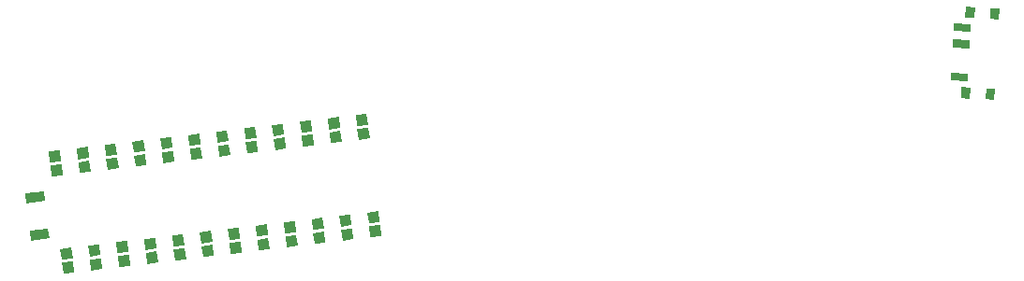
<source format=gtp>
G04 #@! TF.GenerationSoftware,KiCad,Pcbnew,5.1.10*
G04 #@! TF.CreationDate,2021-11-20T23:24:55-06:00*
G04 #@! TF.ProjectId,a_quax_quax,615f7175-6178-45f7-9175-61782e6b6963,VERSION_HERE*
G04 #@! TF.SameCoordinates,Original*
G04 #@! TF.FileFunction,Paste,Top*
G04 #@! TF.FilePolarity,Positive*
%FSLAX46Y46*%
G04 Gerber Fmt 4.6, Leading zero omitted, Abs format (unit mm)*
G04 Created by KiCad (PCBNEW 5.1.10) date 2021-11-20 23:24:55*
%MOMM*%
%LPD*%
G01*
G04 APERTURE LIST*
%ADD10C,0.100000*%
G04 APERTURE END LIST*
D10*
G04 #@! TO.C,C1*
G36*
X190318459Y-147648835D02*
G01*
X189325493Y-147767239D01*
X189207089Y-146774273D01*
X190200055Y-146655869D01*
X190318459Y-147648835D01*
G37*
G36*
X190168086Y-146387769D02*
G01*
X189175120Y-146506173D01*
X189056716Y-145513207D01*
X190049682Y-145394803D01*
X190168086Y-146387769D01*
G37*
G36*
X189115475Y-137560305D02*
G01*
X188122509Y-137678709D01*
X188004105Y-136685743D01*
X188997071Y-136567339D01*
X189115475Y-137560305D01*
G37*
G36*
X189265848Y-138821371D02*
G01*
X188272882Y-138939775D01*
X188154478Y-137946809D01*
X189147444Y-137828405D01*
X189265848Y-138821371D01*
G37*
G36*
X192690218Y-146087022D02*
G01*
X191697252Y-146205426D01*
X191578848Y-145212460D01*
X192571814Y-145094056D01*
X192690218Y-146087022D01*
G37*
G36*
X191787980Y-138520625D02*
G01*
X190795014Y-138639029D01*
X190676610Y-137646063D01*
X191669576Y-137527659D01*
X191787980Y-138520625D01*
G37*
G36*
X192840591Y-147348089D02*
G01*
X191847625Y-147466493D01*
X191729221Y-146473527D01*
X192722187Y-146355123D01*
X192840591Y-147348089D01*
G37*
G36*
X191637607Y-137259559D02*
G01*
X190644641Y-137377963D01*
X190526237Y-136384997D01*
X191519203Y-136266593D01*
X191637607Y-137259559D01*
G37*
G36*
X195212351Y-145786276D02*
G01*
X194219385Y-145904680D01*
X194100981Y-144911714D01*
X195093947Y-144793310D01*
X195212351Y-145786276D01*
G37*
G36*
X194310112Y-138219879D02*
G01*
X193317146Y-138338283D01*
X193198742Y-137345317D01*
X194191708Y-137226913D01*
X194310112Y-138219879D01*
G37*
G36*
X195362724Y-147047343D02*
G01*
X194369758Y-147165747D01*
X194251354Y-146172781D01*
X195244320Y-146054377D01*
X195362724Y-147047343D01*
G37*
G36*
X194159739Y-136958813D02*
G01*
X193166773Y-137077217D01*
X193048369Y-136084251D01*
X194041335Y-135965847D01*
X194159739Y-136958813D01*
G37*
G36*
X197734483Y-145485530D02*
G01*
X196741517Y-145603934D01*
X196623113Y-144610968D01*
X197616079Y-144492564D01*
X197734483Y-145485530D01*
G37*
G36*
X196832245Y-137919133D02*
G01*
X195839279Y-138037537D01*
X195720875Y-137044571D01*
X196713841Y-136926167D01*
X196832245Y-137919133D01*
G37*
G36*
X197884856Y-146746596D02*
G01*
X196891890Y-146865000D01*
X196773486Y-145872034D01*
X197766452Y-145753630D01*
X197884856Y-146746596D01*
G37*
G36*
X196681872Y-136658067D02*
G01*
X195688906Y-136776471D01*
X195570502Y-135783505D01*
X196563468Y-135665101D01*
X196681872Y-136658067D01*
G37*
G36*
X200256615Y-145184784D02*
G01*
X199263649Y-145303188D01*
X199145245Y-144310222D01*
X200138211Y-144191818D01*
X200256615Y-145184784D01*
G37*
G36*
X199354377Y-137618387D02*
G01*
X198361411Y-137736791D01*
X198243007Y-136743825D01*
X199235973Y-136625421D01*
X199354377Y-137618387D01*
G37*
G36*
X200406988Y-146445850D02*
G01*
X199414022Y-146564254D01*
X199295618Y-145571288D01*
X200288584Y-145452884D01*
X200406988Y-146445850D01*
G37*
G36*
X199204004Y-136357321D02*
G01*
X198211038Y-136475725D01*
X198092634Y-135482759D01*
X199085600Y-135364355D01*
X199204004Y-136357321D01*
G37*
G36*
X202778748Y-144884038D02*
G01*
X201785782Y-145002442D01*
X201667378Y-144009476D01*
X202660344Y-143891072D01*
X202778748Y-144884038D01*
G37*
G36*
X201876510Y-137317641D02*
G01*
X200883544Y-137436045D01*
X200765140Y-136443079D01*
X201758106Y-136324675D01*
X201876510Y-137317641D01*
G37*
G36*
X202929121Y-146145104D02*
G01*
X201936155Y-146263508D01*
X201817751Y-145270542D01*
X202810717Y-145152138D01*
X202929121Y-146145104D01*
G37*
G36*
X201726137Y-136056575D02*
G01*
X200733171Y-136174979D01*
X200614767Y-135182013D01*
X201607733Y-135063609D01*
X201726137Y-136056575D01*
G37*
G36*
X217911542Y-143079562D02*
G01*
X216918576Y-143197966D01*
X216800172Y-142205000D01*
X217793138Y-142086596D01*
X217911542Y-143079562D01*
G37*
G36*
X217009304Y-135513164D02*
G01*
X216016338Y-135631568D01*
X215897934Y-134638602D01*
X216890900Y-134520198D01*
X217009304Y-135513164D01*
G37*
G36*
X218061915Y-144340628D02*
G01*
X217068949Y-144459032D01*
X216950545Y-143466066D01*
X217943511Y-143347662D01*
X218061915Y-144340628D01*
G37*
G36*
X216858931Y-134252098D02*
G01*
X215865965Y-134370502D01*
X215747561Y-133377536D01*
X216740527Y-133259132D01*
X216858931Y-134252098D01*
G37*
G36*
X215389410Y-143380308D02*
G01*
X214396444Y-143498712D01*
X214278040Y-142505746D01*
X215271006Y-142387342D01*
X215389410Y-143380308D01*
G37*
G36*
X214487172Y-135813911D02*
G01*
X213494206Y-135932315D01*
X213375802Y-134939349D01*
X214368768Y-134820945D01*
X214487172Y-135813911D01*
G37*
G36*
X215539783Y-144641374D02*
G01*
X214546817Y-144759778D01*
X214428413Y-143766812D01*
X215421379Y-143648408D01*
X215539783Y-144641374D01*
G37*
G36*
X214336799Y-134552844D02*
G01*
X213343833Y-134671248D01*
X213225429Y-133678282D01*
X214218395Y-133559878D01*
X214336799Y-134552844D01*
G37*
G36*
X212867277Y-143681054D02*
G01*
X211874311Y-143799458D01*
X211755907Y-142806492D01*
X212748873Y-142688088D01*
X212867277Y-143681054D01*
G37*
G36*
X211965039Y-136114657D02*
G01*
X210972073Y-136233061D01*
X210853669Y-135240095D01*
X211846635Y-135121691D01*
X211965039Y-136114657D01*
G37*
G36*
X213017650Y-144942120D02*
G01*
X212024684Y-145060524D01*
X211906280Y-144067558D01*
X212899246Y-143949154D01*
X213017650Y-144942120D01*
G37*
G36*
X211814666Y-134853590D02*
G01*
X210821700Y-134971994D01*
X210703296Y-133979028D01*
X211696262Y-133860624D01*
X211814666Y-134853590D01*
G37*
G36*
X210345145Y-143981800D02*
G01*
X209352179Y-144100204D01*
X209233775Y-143107238D01*
X210226741Y-142988834D01*
X210345145Y-143981800D01*
G37*
G36*
X209442907Y-136415403D02*
G01*
X208449941Y-136533807D01*
X208331537Y-135540841D01*
X209324503Y-135422437D01*
X209442907Y-136415403D01*
G37*
G36*
X210495518Y-145242866D02*
G01*
X209502552Y-145361270D01*
X209384148Y-144368304D01*
X210377114Y-144249900D01*
X210495518Y-145242866D01*
G37*
G36*
X209292534Y-135154337D02*
G01*
X208299568Y-135272741D01*
X208181164Y-134279775D01*
X209174130Y-134161371D01*
X209292534Y-135154337D01*
G37*
G36*
X207823013Y-144282546D02*
G01*
X206830047Y-144400950D01*
X206711643Y-143407984D01*
X207704609Y-143289580D01*
X207823013Y-144282546D01*
G37*
G36*
X206920774Y-136716149D02*
G01*
X205927808Y-136834553D01*
X205809404Y-135841587D01*
X206802370Y-135723183D01*
X206920774Y-136716149D01*
G37*
G36*
X207973386Y-145543612D02*
G01*
X206980420Y-145662016D01*
X206862016Y-144669050D01*
X207854982Y-144550646D01*
X207973386Y-145543612D01*
G37*
G36*
X206770401Y-135455083D02*
G01*
X205777435Y-135573487D01*
X205659031Y-134580521D01*
X206651997Y-134462117D01*
X206770401Y-135455083D01*
G37*
G36*
X205300880Y-144583292D02*
G01*
X204307914Y-144701696D01*
X204189510Y-143708730D01*
X205182476Y-143590326D01*
X205300880Y-144583292D01*
G37*
G36*
X204398642Y-137016895D02*
G01*
X203405676Y-137135299D01*
X203287272Y-136142333D01*
X204280238Y-136023929D01*
X204398642Y-137016895D01*
G37*
G36*
X205451253Y-145844358D02*
G01*
X204458287Y-145962762D01*
X204339883Y-144969796D01*
X205332849Y-144851392D01*
X205451253Y-145844358D01*
G37*
G36*
X204248269Y-135755829D02*
G01*
X203255303Y-135874233D01*
X203136899Y-134881267D01*
X204129865Y-134762863D01*
X204248269Y-135755829D01*
G37*
G04 #@! TD*
G04 #@! TO.C,REF\u002A\u002A*
G36*
X271249962Y-131874006D02*
G01*
X270451133Y-131830743D01*
X270505212Y-130832206D01*
X271304041Y-130875469D01*
X271249962Y-131874006D01*
G37*
G36*
X271644737Y-124584689D02*
G01*
X270845908Y-124541426D01*
X270899987Y-123542889D01*
X271698816Y-123586152D01*
X271644737Y-124584689D01*
G37*
G36*
X273851503Y-124704203D02*
G01*
X273052674Y-124660940D01*
X273106753Y-123662403D01*
X273905582Y-123705666D01*
X273851503Y-124704203D01*
G37*
G36*
X273456728Y-131993521D02*
G01*
X272657899Y-131950258D01*
X272711978Y-130951721D01*
X273510807Y-130994984D01*
X273456728Y-131993521D01*
G37*
G36*
X271277578Y-125816636D02*
G01*
X269779773Y-125735518D01*
X269817628Y-125036542D01*
X271315433Y-125117660D01*
X271277578Y-125816636D01*
G37*
G36*
X271196460Y-127314441D02*
G01*
X269698655Y-127233323D01*
X269736510Y-126534347D01*
X271234315Y-126615465D01*
X271196460Y-127314441D01*
G37*
G36*
X271034223Y-130310051D02*
G01*
X269536418Y-130228933D01*
X269574273Y-129529957D01*
X271072078Y-129611075D01*
X271034223Y-130310051D01*
G37*
G04 #@! TD*
G04 #@! TO.C,RST*
G36*
X187650470Y-141182308D02*
G01*
X185963142Y-141389486D01*
X185853460Y-140496194D01*
X187540788Y-140289016D01*
X187650470Y-141182308D01*
G37*
G36*
X188064826Y-144556964D02*
G01*
X186377498Y-144764142D01*
X186267816Y-143870850D01*
X187955144Y-143663672D01*
X188064826Y-144556964D01*
G37*
G04 #@! TD*
M02*

</source>
